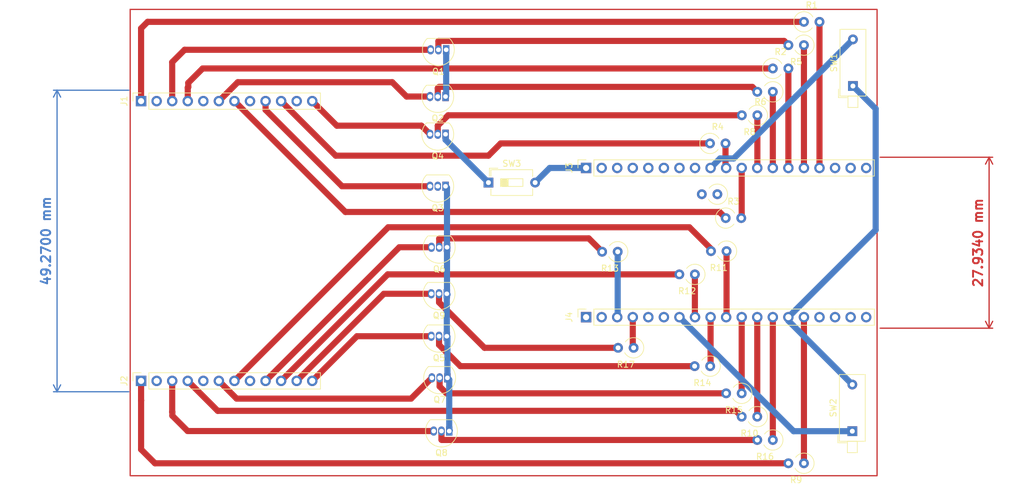
<source format=kicad_pcb>
(kicad_pcb (version 20240108) (generator "pcbnew") (generator_version "8.0")
  (layers (0 "F.Cu" signal) (31 "B.Cu" signal) (34 "B.Paste" user) (35 "F.Paste" user) (36 "B.SilkS" user "B.Silkscreen") (37 "F.SilkS" user "F.Silkscreen") (38 "B.Mask" user) (39 "F.Mask" user) (44 "Edge.Cuts" user))
  (net 0 "")
  (net 1 "GPIO15")
  (net 3 "Net-(J1-Pin_3)")
  (net 4 "GPIO0")
  (net 6 "Net-(J1-Pin_6)")
  (net 7 "GPIO16")
  (net 9 "Net-(J1-Pin_9)")
  (net 10 "GPIO5")
  (net 12 "Net-(J1-Pin_12)")
  (net 13 "GPIO13")
  (net 15 "Net-(J2-Pin_3)")
  (net 16 "GPIO14")
  (net 18 "Net-(J2-Pin_6)")
  (net 19 "GPIO26")
  (net 21 "Net-(J2-Pin_9)")
  (net 22 "GPIO33")
  (net 23 "Net-(J2-Pin_11)")
  (net 24 "Net-(J2-Pin_12)")
  (net 25 "GND")
  (net 26 "GPIO23")
  (net 27 "GPIO22")
  (net 28 "TX{slash}GPIO1")
  (net 29 "RX{slash}GPIO3")
  (net 30 "GPIO21")
  (net 31 "GPIO19")
  (net 32 "GPIO18")
  (net 33 "Net-(J3-Pin_10)")
  (net 34 "GPIO17")
  (net 35 "GPIO4")
  (net 36 "Net-(J3-Pin_14)")
  (net 37 "GPIO2")
  (net 38 "Net-(J3-Pin_16)")
  (net 42 "3.3V")
  (net 44 "GPI36")
  (net 45 "GPI39")
  (net 46 "GPI34")
  (net 47 "GPI35")
  (net 48 "GPIO32")
  (net 49 "Net-(J4-Pin_8)")
  (net 50 "GPIO25")
  (net 51 "Net-(J4-Pin_10)")
  (net 52 "GPIO27")
  (net 53 "Net-(J4-Pin_12)")
  (net 54 "GPIO12")
  (net 55 "Net-(J4-Pin_15)")
  (net 59 "5V")
  (net 60 "Net-(Q1-B)")
  (net 61 "Net-(Q2-B)")
  (net 62 "Net-(Q3-B)")
  (net 63 "Net-(Q4-B)")
  (net 64 "Net-(Q5-B)")
  (net 65 "Net-(Q6-B)")
  (net 66 "Net-(Q7-B)")
  (net 67 "Net-(Q8-B)")
  (net 68 "Net-(Q9-B)")
  (net 69 "Net-(J3-Pin_11)")
  (net 71 "Net-(Q4-E)")
  (footprint "Button_Switch_THT:SW_DIP_SPSTx01_Piano_10.8x4.1mm_W7.62mm_P2.54mm" (layer "F.Cu") (at 214.5 76.02 90)
    (property "Reference" "SW1" (at 3.81 -3.11 90) (layer "F.SilkS"))
    (property "Value" "SW_Push")
    (fp_line (start -1.89 -2.35) (end -0.507 -2.35) (stroke (width 0.12)) (layer "F.SilkS"))
    (fp_line (start -1.89 -2.35) (end -1.89 -0.967) (stroke (width 0.12)) (layer "F.SilkS"))
    (fp_line (start 9.27 -2.11) (end 9.27 2.11) (stroke (width 0.12)) (layer "F.SilkS"))
    (fp_line (start -1.65 -2.11) (end 9.27 -2.11) (stroke (width 0.12)) (layer "F.SilkS"))
    (fp_line (start -1.65 -2.11) (end -1.65 2.11) (stroke (width 0.12)) (layer "F.SilkS"))
    (fp_line (start -1.65 -0.81) (end -1.65 0.81) (stroke (width 0.12)) (layer "F.SilkS"))
    (fp_line (start -3.51 -0.81) (end -1.65 -0.81) (stroke (width 0.12)) (layer "F.SilkS"))
    (fp_line (start -3.51 -0.81) (end -3.51 0.81) (stroke (width 0.12)) (layer "F.SilkS"))
    (fp_line (start -3.51 0.81) (end -1.65 0.81) (stroke (width 0.12)) (layer "F.SilkS"))
    (fp_line (start -1.65 2.11) (end 9.27 2.11) (stroke (width 0.12)) (layer "F.SilkS"))
    (pad "1" thru_hole rect (at 0 0 90) (size 1.6 1.6) (drill 0.8) (layers "*.Cu" "*.Mask") (net 25 "GND"))
    (pad "2" thru_hole oval (at 7.62 0 90) (size 1.6 1.6) (drill 0.8) (layers "*.Cu" "*.Mask") (net 32 "GPIO18"))
  )
  (footprint "Package_TO_SOT_THT:TO-92_Inline" (layer "F.Cu") (at 148 77.74 180)
    (property "Reference" "Q2" (at 1.27 -3.56 0) (layer "F.SilkS"))
    (property "Value" "2N3904")
    (fp_line (start -0.53 1.85) (end 3.07 1.85) (stroke (width 0.12)) (layer "F.SilkS"))
    (fp_arc (start 1.27 -2.6) (mid 3.672087 -0.994977) (end 3.108478 1.838478) (stroke (width 0.12)) (layer "F.SilkS"))
    (fp_arc (start -0.568478 1.838478) (mid -1.132087 -0.994977) (end 1.27 -2.6) (stroke (width 0.12)) (layer "F.SilkS"))
    (pad "1" thru_hole rect (at 0 0 180) (size 1.05 1.5) (drill 0.75) (layers "*.Cu" "*.Mask") (net 25 "GND"))
    (pad "2" thru_hole oval (at 1.27 0 180) (size 1.05 1.5) (drill 0.75) (layers "*.Cu" "*.Mask") (net 61 "Net-(Q2-B)"))
    (pad "3" thru_hole oval (at 2.54 0 180) (size 1.05 1.5) (drill 0.75) (layers "*.Cu" "*.Mask") (net 6 "Net-(J1-Pin_6)"))
  )
  (footprint "Connector_PinSocket_2.54mm:PinSocket_1x12_P2.54mm_Vertical" (layer "F.Cu") (at 98.298 78.486 90)
    (property "Reference" "J1" (at 0 -2.77 90) (layer "F.SilkS"))
    (property "Value" "Conn_01x12")
    (fp_line (start 1.33 -1.33) (end 1.33 0) (stroke (width 0.12)) (layer "F.SilkS"))
    (fp_line (start 0 -1.33) (end 1.33 -1.33) (stroke (width 0.12)) (layer "F.SilkS"))
    (fp_line (start 1.33 1.27) (end 1.33 29.27) (stroke (width 0.12)) (layer "F.SilkS"))
    (fp_line (start -1.33 1.27) (end 1.33 1.27) (stroke (width 0.12)) (layer "F.SilkS"))
    (fp_line (start -1.33 1.27) (end -1.33 29.27) (stroke (width 0.12)) (layer "F.SilkS"))
    (fp_line (start -1.33 29.27) (end 1.33 29.27) (stroke (width 0.12)) (layer "F.SilkS"))
    (pad "1" thru_hole rect (at 0 0 90) (size 1.7 1.7) (drill 1) (layers "*.Cu" "*.Mask") (net 1 "GPIO15"))
    (pad "2" thru_hole oval (at 0 2.54 90) (size 1.7 1.7) (drill 1) (layers "*.Cu" "*.Mask"))
    (pad "3" thru_hole oval (at 0 5.08 90) (size 1.7 1.7) (drill 1) (layers "*.Cu" "*.Mask") (net 3 "Net-(J1-Pin_3)"))
    (pad "4" thru_hole oval (at 0 7.62 90) (size 1.7 1.7) (drill 1) (layers "*.Cu" "*.Mask") (net 4 "GPIO0"))
    (pad "5" thru_hole oval (at 0 10.16 90) (size 1.7 1.7) (drill 1) (layers "*.Cu" "*.Mask"))
    (pad "6" thru_hole oval (at 0 12.7 90) (size 1.7 1.7) (drill 1) (layers "*.Cu" "*.Mask") (net 6 "Net-(J1-Pin_6)"))
    (pad "7" thru_hole oval (at 0 15.24 90) (size 1.7 1.7) (drill 1) (layers "*.Cu" "*.Mask") (net 34 "GPIO17"))
    (pad "8" thru_hole oval (at 0 17.78 90) (size 1.7 1.7) (drill 1) (layers "*.Cu" "*.Mask"))
    (pad "9" thru_hole oval (at 0 20.32 90) (size 1.7 1.7) (drill 1) (layers "*.Cu" "*.Mask") (net 9 "Net-(J1-Pin_9)"))
    (pad "10" thru_hole oval (at 0 22.86 90) (size 1.7 1.7) (drill 1) (layers "*.Cu" "*.Mask") (net 10 "GPIO5"))
    (pad "11" thru_hole oval (at 0 25.4 90) (size 1.7 1.7) (drill 1) (layers "*.Cu" "*.Mask"))
    (pad "12" thru_hole oval (at 0 27.94 90) (size 1.7 1.7) (drill 1) (layers "*.Cu" "*.Mask") (net 12 "Net-(J1-Pin_12)"))
  )
  (footprint "Connector_PinSocket_2.54mm:PinSocket_1x19_P2.54mm_Vertical" (layer "F.Cu") (at 170.942 89.408 90)
    (property "Reference" "J3" (at 0 -2.77 90) (layer "F.SilkS"))
    (property "Value" "Conn_01x19")
    (fp_line (start 1.33 -1.33) (end 1.33 0) (stroke (width 0.12)) (layer "F.SilkS"))
    (fp_line (start 0 -1.33) (end 1.33 -1.33) (stroke (width 0.12)) (layer "F.SilkS"))
    (fp_line (start 1.33 1.27) (end 1.33 47.05) (stroke (width 0.12)) (layer "F.SilkS"))
    (fp_line (start -1.33 1.27) (end 1.33 1.27) (stroke (width 0.12)) (layer "F.SilkS"))
    (fp_line (start -1.33 1.27) (end -1.33 47.05) (stroke (width 0.12)) (layer "F.SilkS"))
    (fp_line (start -1.33 47.05) (end 1.33 47.05) (stroke (width 0.12)) (layer "F.SilkS"))
    (pad "1" thru_hole rect (at 0 0 90) (size 1.7 1.7) (drill 1) (layers "*.Cu" "*.Mask") (net 25 "GND"))
    (pad "2" thru_hole oval (at 0 2.54 90) (size 1.7 1.7) (drill 1) (layers "*.Cu" "*.Mask") (net 26 "GPIO23"))
    (pad "3" thru_hole oval (at 0 5.08 90) (size 1.7 1.7) (drill 1) (layers "*.Cu" "*.Mask") (net 27 "GPIO22"))
    (pad "4" thru_hole oval (at 0 7.62 90) (size 1.7 1.7) (drill 1) (layers "*.Cu" "*.Mask") (net 28 "TX{slash}GPIO1"))
    (pad "5" thru_hole oval (at 0 10.16 90) (size 1.7 1.7) (drill 1) (layers "*.Cu" "*.Mask") (net 29 "RX{slash}GPIO3"))
    (pad "6" thru_hole oval (at 0 12.7 90) (size 1.7 1.7) (drill 1) (layers "*.Cu" "*.Mask") (net 30 "GPIO21"))
    (pad "7" thru_hole oval (at 0 15.24 90) (size 1.7 1.7) (drill 1) (layers "*.Cu" "*.Mask") (net 25 "GND"))
    (pad "8" thru_hole oval (at 0 17.78 90) (size 1.7 1.7) (drill 1) (layers "*.Cu" "*.Mask") (net 31 "GPIO19"))
    (pad "9" thru_hole oval (at 0 20.32 90) (size 1.7 1.7) (drill 1) (layers "*.Cu" "*.Mask") (net 32 "GPIO18"))
    (pad "10" thru_hole oval (at 0 22.86 90) (size 1.7 1.7) (drill 1) (layers "*.Cu" "*.Mask") (net 33 "Net-(J3-Pin_10)"))
    (pad "11" thru_hole oval (at 0 25.4 90) (size 1.7 1.7) (drill 1) (layers "*.Cu" "*.Mask") (net 69 "Net-(J3-Pin_11)"))
    (pad "12" thru_hole oval (at 0 27.94 90) (size 1.7 1.7) (drill 1) (layers "*.Cu" "*.Mask") (net 7 "GPIO16"))
    (pad "13" thru_hole oval (at 0 30.48 90) (size 1.7 1.7) (drill 1) (layers "*.Cu" "*.Mask") (net 35 "GPIO4"))
    (pad "14" thru_hole oval (at 0 33.02 90) (size 1.7 1.7) (drill 1) (layers "*.Cu" "*.Mask") (net 36 "Net-(J3-Pin_14)"))
    (pad "15" thru_hole oval (at 0 35.56 90) (size 1.7 1.7) (drill 1) (layers "*.Cu" "*.Mask") (net 37 "GPIO2"))
    (pad "16" thru_hole oval (at 0 38.1 90) (size 1.7 1.7) (drill 1) (layers "*.Cu" "*.Mask") (net 38 "Net-(J3-Pin_16)"))
    (pad "17" thru_hole oval (at 0 40.64 90) (size 1.7 1.7) (drill 1) (layers "*.Cu" "*.Mask"))
    (pad "18" thru_hole oval (at 0 43.18 90) (size 1.7 1.7) (drill 1) (layers "*.Cu" "*.Mask"))
    (pad "19" thru_hole oval (at 0 45.72 90) (size 1.7 1.7) (drill 1) (layers "*.Cu" "*.Mask"))
  )
  (footprint "Resistor_THT:R_Axial_DIN0309_L9.0mm_D3.2mm_P2.54mm_Vertical" (layer "F.Cu") (at 191.2 121.8 180)
    (property "Reference" "R14" (at 1.27 -2.72 0) (layer "F.SilkS"))
    (property "Value" "1000")
    (fp_arc (start 1.344775 0.97138) (mid -1.655812 -0.101418) (end 1.453272 -0.8) (stroke (width 0.12)) (layer "F.SilkS"))
    (pad "1" thru_hole circle (at 0 0 180) (size 1.6 1.6) (drill 0.8) (layers "*.Cu" "*.Mask") (net 50 "GPIO25"))
    (pad "2" thru_hole oval (at 2.54 0 180) (size 1.6 1.6) (drill 0.8) (layers "*.Cu" "*.Mask") (net 64 "Net-(Q5-B)"))
  )
  (footprint "Resistor_THT:R_Axial_DIN0309_L9.0mm_D3.2mm_P2.54mm_Vertical" (layer "F.Cu") (at 188.7 106.8 180)
    (property "Reference" "R12" (at 1.27 -2.72 0) (layer "F.SilkS"))
    (property "Value" "330")
    (fp_arc (start 1.344775 0.97138) (mid -1.655812 -0.101418) (end 1.453272 -0.8) (stroke (width 0.12)) (layer "F.SilkS"))
    (pad "1" thru_hole circle (at 0 0 180) (size 1.6 1.6) (drill 0.8) (layers "*.Cu" "*.Mask") (net 49 "Net-(J4-Pin_8)"))
    (pad "2" thru_hole oval (at 2.54 0 180) (size 1.6 1.6) (drill 0.8) (layers "*.Cu" "*.Mask") (net 22 "GPIO33"))
  )
  (footprint "Package_TO_SOT_THT:TO-92_Inline" (layer "F.Cu") (at 148.236 102.368 180)
    (property "Reference" "Q6" (at 1.27 -3.56 0) (layer "F.SilkS"))
    (property "Value" "2N3904")
    (fp_line (start -0.53 1.85) (end 3.07 1.85) (stroke (width 0.12)) (layer "F.SilkS"))
    (fp_arc (start 1.27 -2.6) (mid 3.672087 -0.994977) (end 3.108478 1.838478) (stroke (width 0.12)) (layer "F.SilkS"))
    (fp_arc (start -0.568478 1.838478) (mid -1.132087 -0.994977) (end 1.27 -2.6) (stroke (width 0.12)) (layer "F.SilkS"))
    (pad "1" thru_hole rect (at 0 0 180) (size 1.05 1.5) (drill 0.75) (layers "*.Cu" "*.Mask") (net 25 "GND"))
    (pad "2" thru_hole oval (at 1.27 0 180) (size 1.05 1.5) (drill 0.75) (layers "*.Cu" "*.Mask") (net 65 "Net-(Q6-B)"))
    (pad "3" thru_hole oval (at 2.54 0 180) (size 1.05 1.5) (drill 0.75) (layers "*.Cu" "*.Mask") (net 21 "Net-(J2-Pin_9)"))
  )
  (footprint "Package_TO_SOT_THT:TO-92_Inline" (layer "F.Cu") (at 148.6 132.4 180)
    (property "Reference" "Q8" (at 1.27 -3.56 0) (layer "F.SilkS"))
    (property "Value" "2N3904")
    (fp_line (start -0.53 1.85) (end 3.07 1.85) (stroke (width 0.12)) (layer "F.SilkS"))
    (fp_arc (start 1.27 -2.6) (mid 3.672087 -0.994977) (end 3.108478 1.838478) (stroke (width 0.12)) (layer "F.SilkS"))
    (fp_arc (start -0.568478 1.838478) (mid -1.132087 -0.994977) (end 1.27 -2.6) (stroke (width 0.12)) (layer "F.SilkS"))
    (pad "1" thru_hole rect (at 0 0 180) (size 1.05 1.5) (drill 0.75) (layers "*.Cu" "*.Mask") (net 25 "GND"))
    (pad "2" thru_hole oval (at 1.27 0 180) (size 1.05 1.5) (drill 0.75) (layers "*.Cu" "*.Mask") (net 67 "Net-(Q8-B)"))
    (pad "3" thru_hole oval (at 2.54 0 180) (size 1.05 1.5) (drill 0.75) (layers "*.Cu" "*.Mask") (net 15 "Net-(J2-Pin_3)"))
  )
  (footprint "Resistor_THT:R_Axial_DIN0309_L9.0mm_D3.2mm_P2.54mm_Vertical" (layer "F.Cu") (at 193.73 97.6)
    (property "Reference" "R3" (at 1.27 -2.72 360) (layer "F.SilkS"))
    (property "Value" "330")
    (fp_arc (start 1.344775 0.97138) (mid -1.655812 -0.101418) (end 1.453272 -0.8) (stroke (width 0.12)) (layer "F.SilkS"))
    (pad "1" thru_hole circle (at 0 0) (size 1.6 1.6) (drill 0.8) (layers "*.Cu" "*.Mask") (net 34 "GPIO17"))
    (pad "2" thru_hole oval (at 2.54 0) (size 1.6 1.6) (drill 0.8) (layers "*.Cu" "*.Mask") (net 69 "Net-(J3-Pin_11)"))
  )
  (footprint "Package_TO_SOT_THT:TO-92_Inline" (layer "F.Cu") (at 148.206 116.908 180)
    (property "Reference" "Q5" (at 1.27 -3.56 0) (layer "F.SilkS"))
    (property "Value" "2N3904")
    (fp_line (start -0.53 1.85) (end 3.07 1.85) (stroke (width 0.12)) (layer "F.SilkS"))
    (fp_arc (start 1.27 -2.6) (mid 3.672087 -0.994977) (end 3.108478 1.838478) (stroke (width 0.12)) (layer "F.SilkS"))
    (fp_arc (start -0.568478 1.838478) (mid -1.132087 -0.994977) (end 1.27 -2.6) (stroke (width 0.12)) (layer "F.SilkS"))
    (pad "1" thru_hole rect (at 0 0 180) (size 1.05 1.5) (drill 0.75) (layers "*.Cu" "*.Mask") (net 25 "GND"))
    (pad "2" thru_hole oval (at 1.27 0 180) (size 1.05 1.5) (drill 0.75) (layers "*.Cu" "*.Mask") (net 64 "Net-(Q5-B)"))
    (pad "3" thru_hole oval (at 2.54 0 180) (size 1.05 1.5) (drill 0.75) (layers "*.Cu" "*.Mask") (net 24 "Net-(J2-Pin_12)"))
  )
  (footprint "Resistor_THT:R_Axial_DIN0309_L9.0mm_D3.2mm_P2.54mm_Vertical" (layer "F.Cu") (at 206.502 65.532)
    (property "Reference" "R1" (at 1.27 -2.72 0) (layer "F.SilkS"))
    (property "Value" "330")
    (fp_arc (start 1.344775 0.97138) (mid -1.655812 -0.101418) (end 1.453272 -0.8) (stroke (width 0.12)) (layer "F.SilkS"))
    (pad "1" thru_hole circle (at 0 0) (size 1.6 1.6) (drill 0.8) (layers "*.Cu" "*.Mask") (net 1 "GPIO15"))
    (pad "2" thru_hole oval (at 2.54 0) (size 1.6 1.6) (drill 0.8) (layers "*.Cu" "*.Mask") (net 38 "Net-(J3-Pin_16)"))
  )
  (footprint "Package_TO_SOT_THT:TO-92_Inline" (layer "F.Cu") (at 148.1 70.1 180)
    (property "Reference" "Q1" (at 1.27 -3.56 0) (layer "F.SilkS"))
    (property "Value" "2N3904")
    (fp_line (start -0.53 1.85) (end 3.07 1.85) (stroke (width 0.12)) (layer "F.SilkS"))
    (fp_arc (start 1.27 -2.6) (mid 3.672087 -0.994977) (end 3.108478 1.838478) (stroke (width 0.12)) (layer "F.SilkS"))
    (fp_arc (start -0.568478 1.838478) (mid -1.132087 -0.994977) (end 1.27 -2.6) (stroke (width 0.12)) (layer "F.SilkS"))
    (pad "1" thru_hole rect (at 0 0 180) (size 1.05 1.5) (drill 0.75) (layers "*.Cu" "*.Mask") (net 25 "GND"))
    (pad "2" thru_hole oval (at 1.27 0 180) (size 1.05 1.5) (drill 0.75) (layers "*.Cu" "*.Mask") (net 60 "Net-(Q1-B)"))
    (pad "3" thru_hole oval (at 2.54 0 180) (size 1.05 1.5) (drill 0.75) (layers "*.Cu" "*.Mask") (net 3 "Net-(J1-Pin_3)"))
  )
  (footprint "Package_TO_SOT_THT:TO-92_Inline" (layer "F.Cu") (at 148.306 123.708 180)
    (property "Reference" "Q7" (at 1.27 -3.56 0) (layer "F.SilkS"))
    (property "Value" "2N3904")
    (fp_line (start -0.53 1.85) (end 3.07 1.85) (stroke (width 0.12)) (layer "F.SilkS"))
    (fp_arc (start 1.27 -2.6) (mid 3.672087 -0.994977) (end 3.108478 1.838478) (stroke (width 0.12)) (layer "F.SilkS"))
    (fp_arc (start -0.568478 1.838478) (mid -1.132087 -0.994977) (end 1.27 -2.6) (stroke (width 0.12)) (layer "F.SilkS"))
    (pad "1" thru_hole rect (at 0 0 180) (size 1.05 1.5) (drill 0.75) (layers "*.Cu" "*.Mask") (net 25 "GND"))
    (pad "2" thru_hole oval (at 1.27 0 180) (size 1.05 1.5) (drill 0.75) (layers "*.Cu" "*.Mask") (net 66 "Net-(Q7-B)"))
    (pad "3" thru_hole oval (at 2.54 0 180) (size 1.05 1.5) (drill 0.75) (layers "*.Cu" "*.Mask") (net 18 "Net-(J2-Pin_6)"))
  )
  (footprint "Resistor_THT:R_Axial_DIN0309_L9.0mm_D3.2mm_P2.54mm_Vertical" (layer "F.Cu") (at 201.422 76.962 180)
    (property "Reference" "R6" (at 2.022 -1.638 0) (layer "F.SilkS"))
    (property "Value" "1000")
    (fp_arc (start 1.344775 0.97138) (mid -1.655812 -0.101418) (end 1.453272 -0.8) (stroke (width 0.12)) (layer "F.SilkS"))
    (pad "1" thru_hole circle (at 0 0 180) (size 1.6 1.6) (drill 0.8) (layers "*.Cu" "*.Mask") (net 35 "GPIO4"))
    (pad "2" thru_hole oval (at 2.54 0 180) (size 1.6 1.6) (drill 0.8) (layers "*.Cu" "*.Mask") (net 61 "Net-(Q2-B)"))
  )
  (footprint "Package_TO_SOT_THT:TO-92_Inline" (layer "F.Cu") (at 148 83.9 180)
    (property "Reference" "Q4" (at 1.27 -3.56 0) (layer "F.SilkS"))
    (property "Value" "2N3904")
    (fp_line (start -0.53 1.85) (end 3.07 1.85) (stroke (width 0.12)) (layer "F.SilkS"))
    (fp_arc (start 1.27 -2.6) (mid 3.672087 -0.994977) (end 3.108478 1.838478) (stroke (width 0.12)) (layer "F.SilkS"))
    (fp_arc (start -0.568478 1.838478) (mid -1.132087 -0.994977) (end 1.27 -2.6) (stroke (width 0.12)) (layer "F.SilkS"))
    (pad "1" thru_hole rect (at 0 0 180) (size 1.05 1.5) (drill 0.75) (layers "*.Cu" "*.Mask") (net 71 "Net-(Q4-E)"))
    (pad "2" thru_hole oval (at 1.27 0 180) (size 1.05 1.5) (drill 0.75) (layers "*.Cu" "*.Mask") (net 63 "Net-(Q4-B)"))
    (pad "3" thru_hole oval (at 2.54 0 180) (size 1.05 1.5) (drill 0.75) (layers "*.Cu" "*.Mask") (net 12 "Net-(J1-Pin_12)"))
  )
  (footprint "Resistor_THT:R_Axial_DIN0309_L9.0mm_D3.2mm_P2.54mm_Vertical" (layer "F.Cu") (at 176.1 103.1 180)
    (property "Reference" "R13" (at 1.27 -2.72 180) (layer "F.SilkS"))
    (property "Value" "1000")
    (fp_arc (start 1.344775 0.97138) (mid -1.655812 -0.101418) (end 1.453272 -0.8) (stroke (width 0.12)) (layer "F.SilkS"))
    (pad "1" thru_hole circle (at 0 0 180) (size 1.6 1.6) (drill 0.8) (layers "*.Cu" "*.Mask") (net 44 "GPI36"))
    (pad "2" thru_hole oval (at 2.54 0 180) (size 1.6 1.6) (drill 0.8) (layers "*.Cu" "*.Mask") (net 65 "Net-(Q6-B)"))
  )
  (footprint "Resistor_THT:R_Axial_DIN0309_L9.0mm_D3.2mm_P2.54mm_Vertical" (layer "F.Cu") (at 196.342 126.238 180)
    (property "Reference" "R15" (at 1.27 -2.72 0) (layer "F.SilkS"))
    (property "Value" "1000")
    (fp_arc (start 1.344775 0.97138) (mid -1.655812 -0.101418) (end 1.453272 -0.8) (stroke (width 0.12)) (layer "F.SilkS"))
    (pad "1" thru_hole circle (at 0 0 180) (size 1.6 1.6) (drill 0.8) (layers "*.Cu" "*.Mask") (net 52 "GPIO27"))
    (pad "2" thru_hole oval (at 2.54 0 180) (size 1.6 1.6) (drill 0.8) (layers "*.Cu" "*.Mask") (net 66 "Net-(Q7-B)"))
  )
  (footprint "Button_Switch_THT:SW_DIP_SPSTx01_Piano_10.8x4.1mm_W7.62mm_P2.54mm" (layer "F.Cu") (at 214.4 132.425 90)
    (property "Reference" "SW2" (at 3.81 -3.11 90) (layer "F.SilkS"))
    (property "Value" "SW_Push")
    (fp_line (start -1.89 -2.35) (end -0.507 -2.35) (stroke (width 0.12)) (layer "F.SilkS"))
    (fp_line (start -1.89 -2.35) (end -1.89 -0.967) (stroke (width 0.12)) (layer "F.SilkS"))
    (fp_line (start 9.27 -2.11) (end 9.27 2.11) (stroke (width 0.12)) (layer "F.SilkS"))
    (fp_line (start -1.65 -2.11) (end 9.27 -2.11) (stroke (width 0.12)) (layer "F.SilkS"))
    (fp_line (start -1.65 -2.11) (end -1.65 2.11) (stroke (width 0.12)) (layer "F.SilkS"))
    (fp_line (start -1.65 -0.81) (end -1.65 0.81) (stroke (width 0.12)) (layer "F.SilkS"))
    (fp_line (start -3.51 -0.81) (end -1.65 -0.81) (stroke (width 0.12)) (layer "F.SilkS"))
    (fp_line (start -3.51 -0.81) (end -3.51 0.81) (stroke (width 0.12)) (layer "F.SilkS"))
    (fp_line (start -3.51 0.81) (end -1.65 0.81) (stroke (width 0.12)) (layer "F.SilkS"))
    (fp_line (start -1.65 2.11) (end 9.27 2.11) (stroke (width 0.12)) (layer "F.SilkS"))
    (pad "1" thru_hole rect (at 0 0 90) (size 1.6 1.6) (drill 0.8) (layers "*.Cu" "*.Mask") (net 48 "GPIO32"))
    (pad "2" thru_hole oval (at 7.62 0 90) (size 1.6 1.6) (drill 0.8) (layers "*.Cu" "*.Mask") (net 25 "GND"))
  )
  (footprint "Resistor_THT:R_Axial_DIN0309_L9.0mm_D3.2mm_P2.54mm_Vertical" (layer "F.Cu") (at 178.7 118.8 180)
    (property "Reference" "R17" (at 1.27 -2.72 180) (layer "F.SilkS"))
    (property "Value" "1000")
    (fp_arc (start 1.344775 0.97138) (mid -1.655812 -0.101418) (end 1.453272 -0.8) (stroke (width 0.12)) (layer "F.SilkS"))
    (pad "1" thru_hole circle (at 0 0 180) (size 1.6 1.6) (drill 0.8) (layers "*.Cu" "*.Mask") (net 45 "GPI39"))
    (pad "2" thru_hole oval (at 2.54 0 180) (size 1.6 1.6) (drill 0.8) (layers "*.Cu" "*.Mask") (net 68 "Net-(Q9-B)"))
  )
  (footprint "Button_Switch_THT:SW_DIP_SPSTx01_Slide_6.7x4.1mm_W7.62mm_P2.54mm_LowProfile" (layer "F.Cu") (at 155 91.8)
    (property "Reference" "SW3" (at 3.81 -3.11 0) (layer "F.SilkS"))
    (property "Value" "SW_DPST_x2")
    (fp_line (start 0.16 -2.35) (end 0.16 -1.04) (stroke (width 0.12)) (layer "F.SilkS"))
    (fp_line (start 0.16 -2.35) (end 1.543 -2.35) (stroke (width 0.12)) (layer "F.SilkS"))
    (fp_line (start 0.4 -2.11) (end 0.4 -1.04) (stroke (width 0.12)) (layer "F.SilkS"))
    (fp_line (start 0.4 -2.11) (end 7.221 -2.11) (stroke (width 0.12)) (layer "F.SilkS"))
    (fp_line (start 0.4 1.04) (end 0.4 2.11) (stroke (width 0.12)) (layer "F.SilkS"))
    (fp_line (start 0.4 2.11) (end 7.221 2.11) (stroke (width 0.12)) (layer "F.SilkS"))
    (fp_line (start 2 -0.635) (end 2 0.635) (stroke (width 0.12)) (layer "F.SilkS"))
    (fp_line (start 2 -0.515) (end 3.206667 -0.515) (stroke (width 0.12)) (layer "F.SilkS"))
    (fp_line (start 2 -0.395) (end 3.206667 -0.395) (stroke (width 0.12)) (layer "F.SilkS"))
    (fp_line (start 2 -0.275) (end 3.206667 -0.275) (stroke (width 0.12)) (layer "F.SilkS"))
    (fp_line (start 2 -0.155) (end 3.206667 -0.155) (stroke (width 0.12)) (layer "F.SilkS"))
    (fp_line (start 2 -0.035) (end 3.206667 -0.035) (stroke (width 0.12)) (layer "F.SilkS"))
    (fp_line (start 2 0.085) (end 3.206667 0.085) (stroke (width 0.12)) (layer "F.SilkS"))
    (fp_line (start 2 0.205) (end 3.206667 0.205) (stroke (width 0.12)) (layer "F.SilkS"))
    (fp_line (start 2 0.325) (end 3.206667 0.325) (stroke (width 0.12)) (layer "F.SilkS"))
    (fp_line (start 2 0.445) (end 3.206667 0.445) (stroke (width 0.12)) (layer "F.SilkS"))
    (fp_line (start 2 0.565) (end 3.206667 0.565) (stroke (width 0.12)) (layer "F.SilkS"))
    (fp_line (start 2 0.635) (end 5.62 0.635) (stroke (width 0.12)) (layer "F.SilkS"))
    (fp_line (start 3.206667 -0.635) (end 3.206667 0.635) (stroke (width 0.12)) (layer "F.SilkS"))
    (fp_line (start 5.62 -0.635) (end 2 -0.635) (stroke (width 0.12)) (layer "F.SilkS"))
    (fp_line (start 5.62 0.635) (end 5.62 -0.635) (stroke (width 0.12)) (layer "F.SilkS"))
    (fp_line (start 7.221 -2.11) (end 7.221 -0.99) (stroke (width 0.12)) (layer "F.SilkS"))
    (fp_line (start 7.221 0.99) (end 7.221 2.11) (stroke (width 0.12)) (layer "F.SilkS"))
    (pad "1" thru_hole rect (at 0 0) (size 1.6 1.6) (drill 0.8) (layers "*.Cu" "*.Mask") (net 71 "Net-(Q4-E)"))
    (pad "2" thru_hole oval (at 7.62 0) (size 1.6 1.6) (drill 0.8) (layers "*.Cu" "*.Mask") (net 25 "GND"))
  )
  (footprint "Resistor_THT:R_Axial_DIN0309_L9.0mm_D3.2mm_P2.54mm_Vertical" (layer "F.Cu") (at 191.16 85.4)
    (property "Reference" "R4" (at 1.27 -2.72 0) (layer "F.SilkS"))
    (property "Value" "330" (hide yes))
    (fp_arc (start 1.344775 0.97138) (mid -1.655812 -0.101418) (end 1.453272 -0.8) (stroke (width 0.12)) (layer "F.SilkS"))
    (pad "1" thru_hole circle (at 0 0) (size 1.6 1.6) (drill 0.8) (layers "*.Cu" "*.Mask") (net 10 "GPIO5"))
    (pad "2" thru_hole oval (at 2.54 0) (size 1.6 1.6) (drill 0.8) (layers "*.Cu" "*.Mask") (net 33 "Net-(J3-Pin_10)"))
  )
  (footprint "Resistor_THT:R_Axial_DIN0309_L9.0mm_D3.2mm_P2.54mm_Vertical" (layer "F.Cu") (at 198.9 80.8 180)
    (property "Reference" "R8" (at 1.27 -2.72 180) (layer "F.SilkS"))
    (property "Value" "1000")
    (fp_arc (start 1.344775 0.97138) (mid -1.655812 -0.101418) (end 1.453272 -0.8) (stroke (width 0.12)) (layer "F.SilkS"))
    (pad "1" thru_hole circle (at 0 0 180) (size 1.6 1.6) (drill 0.8) (layers "*.Cu" "*.Mask"))
    (pad "2" thru_hole oval (at 2.54 0 180) (size 1.6 1.6) (drill 0.8) (layers "*.Cu" "*.Mask") (net 63 "Net-(Q4-B)"))
  )
  (footprint "Resistor_THT:R_Axial_DIN0309_L9.0mm_D3.2mm_P2.54mm_Vertical" (layer "F.Cu") (at 201.422 133.858 180)
    (property "Reference" "R16" (at 1.27 -2.72 0) (layer "F.SilkS"))
    (property "Value" "1000")
    (fp_arc (start 1.344775 0.97138) (mid -1.655812 -0.101418) (end 1.453272 -0.8) (stroke (width 0.12)) (layer "F.SilkS"))
    (pad "1" thru_hole circle (at 0 0 180) (size 1.6 1.6) (drill 0.8) (layers "*.Cu" "*.Mask") (net 54 "GPIO12"))
    (pad "2" thru_hole oval (at 2.54 0 180) (size 1.6 1.6) (drill 0.8) (layers "*.Cu" "*.Mask") (net 67 "Net-(Q8-B)"))
  )
  (footprint "Resistor_THT:R_Axial_DIN0309_L9.0mm_D3.2mm_P2.54mm_Vertical" (layer "F.Cu") (at 192.37 93.7 180)
    (property "Reference" "R7" (hide yes))
    (property "Value" "1000")
    (fp_arc (start 1.344775 0.97138) (mid -1.655812 -0.101418) (end 1.453272 -0.8) (stroke (width 0.12)) (layer "F.SilkS"))
    (pad "1" thru_hole circle (at 0 0 180) (size 1.6 1.6) (drill 0.8) (layers "*.Cu" "*.Mask") (net 7 "GPIO16"))
    (pad "2" thru_hole oval (at 2.54 0 180) (size 1.6 1.6) (drill 0.8) (layers "*.Cu" "*.Mask") (net 62 "Net-(Q3-B)"))
  )
  (footprint "Resistor_THT:R_Axial_DIN0309_L9.0mm_D3.2mm_P2.54mm_Vertical" (layer "F.Cu") (at 201.422 73.152)
    (property "Reference" "R2" (at 1.27 -2.72 0) (layer "F.SilkS"))
    (property "Value" "330")
    (fp_arc (start 1.344775 0.97138) (mid -1.655812 -0.101418) (end 1.453272 -0.8) (stroke (width 0.12)) (layer "F.SilkS"))
    (pad "1" thru_hole circle (at 0 0) (size 1.6 1.6) (drill 0.8) (layers "*.Cu" "*.Mask") (net 4 "GPIO0"))
    (pad "2" thru_hole oval (at 2.54 0) (size 1.6 1.6) (drill 0.8) (layers "*.Cu" "*.Mask") (net 36 "Net-(J3-Pin_14)"))
  )
  (footprint "Connector_PinSocket_2.54mm:PinSocket_1x19_P2.54mm_Vertical" (layer "F.Cu") (at 170.942 113.792 90)
    (property "Reference" "J4" (at 0 -2.77 90) (layer "F.SilkS"))
    (property "Value" "Conn_01x19")
    (fp_line (start 1.33 -1.33) (end 1.33 0) (stroke (width 0.12)) (layer "F.SilkS"))
    (fp_line (start 0 -1.33) (end 1.33 -1.33) (stroke (width 0.12)) (layer "F.SilkS"))
    (fp_line (start 1.33 1.27) (end 1.33 47.05) (stroke (width 0.12)) (layer "F.SilkS"))
    (fp_line (start -1.33 1.27) (end 1.33 1.27) (stroke (width 0.12)) (layer "F.SilkS"))
    (fp_line (start -1.33 1.27) (end -1.33 47.05) (stroke (width 0.12)) (layer "F.SilkS"))
    (fp_line (start -1.33 47.05) (end 1.33 47.05) (stroke (width 0.12)) (layer "F.SilkS"))
    (pad "1" thru_hole rect (at 0 0 90) (size 1.7 1.7) (drill 1) (layers "*.Cu" "*.Mask") (net 42 "3.3V"))
    (pad "2" thru_hole oval (at 0 2.54 90) (size 1.7 1.7) (drill 1) (layers "*.Cu" "*.Mask"))
    (pad "3" thru_hole oval (at 0 5.08 90) (size 1.7 1.7) (drill 1) (layers "*.Cu" "*.Mask") (net 44 "GPI36"))
    (pad "4" thru_hole oval (at 0 7.62 90) (size 1.7 1.7) (drill 1) (layers "*.Cu" "*.Mask") (net 45 "GPI39"))
    (pad "5" thru_hole oval (at 0 10.16 90) (size 1.7 1.7) (drill 1) (layers "*.Cu" "*.Mask") (net 46 "GPI34"))
    (pad "6" thru_hole oval (at 0 12.7 90) (size 1.7 1.7) (drill 1) (layers "*.Cu" "*.Mask") (net 47 "GPI35"))
    (pad "7" thru_hole oval (at 0 15.24 90) (size 1.7 1.7) (drill 1) (layers "*.Cu" "*.Mask") (net 48 "GPIO32"))
    (pad "8" thru_hole oval (at 0 17.78 90) (size 1.7 1.7) (drill 1) (layers "*.Cu" "*.Mask") (net 49 "Net-(J4-Pin_8)"))
    (pad "9" thru_hole oval (at 0 20.32 90) (size 1.7 1.7) (drill 1) (layers "*.Cu" "*.Mask") (net 50 "GPIO25"))
    (pad "10" thru_hole oval (at 0 22.86 90) (size 1.7 1.7) (drill 1) (layers "*.Cu" "*.Mask") (net 51 "Net-(J4-Pin_10)"))
    (pad "11" thru_hole oval (at 0 25.4 90) (size 1.7 1.7) (drill 1) (layers "*.Cu" "*.Mask") (net 52 "GPIO27"))
    (pad "12" thru_hole oval (at 0 27.94 90) (size 1.7 1.7) (drill 1) (layers "*.Cu" "*.Mask") (net 53 "Net-(J4-Pin_12)"))
    (pad "13" thru_hole oval (at 0 30.48 90) (size 1.7 1.7) (drill 1) (layers "*.Cu" "*.Mask") (net 54 "GPIO12"))
    (pad "14" thru_hole oval (at 0 33.02 90) (size 1.7 1.7) (drill 1) (layers "*.Cu" "*.Mask") (net 25 "GND"))
    (pad "15" thru_hole oval (at 0 35.56 90) (size 1.7 1.7) (drill 1) (layers "*.Cu" "*.Mask") (net 55 "Net-(J4-Pin_15)"))
    (pad "16" thru_hole oval (at 0 38.1 90) (size 1.7 1.7) (drill 1) (layers "*.Cu" "*.Mask"))
    (pad "17" thru_hole oval (at 0 40.64 90) (size 1.7 1.7) (drill 1) (layers "*.Cu" "*.Mask"))
    (pad "18" thru_hole oval (at 0 43.18 90) (size 1.7 1.7) (drill 1) (layers "*.Cu" "*.Mask"))
    (pad "19" thru_hole oval (at 0 45.72 90) (size 1.7 1.7) (drill 1) (layers "*.Cu" "*.Mask") (net 59 "5V"))
  )
  (footprint "Package_TO_SOT_THT:TO-92_Inline" (layer "F.Cu") (at 148 92.4 180)
    (property "Reference" "Q3" (at 1.27 -3.56 0) (layer "F.SilkS"))
    (property "Value" "2N3904")
    (fp_line (start -0.53 1.85) (end 3.07 1.85) (stroke (width 0.12)) (layer "F.SilkS"))
    (fp_arc (start 1.27 -2.6) (mid 3.672087 -0.994977) (end 3.108478 1.838478) (stroke (width 0.12)) (layer "F.SilkS"))
    (fp_arc (start -0.568478 1.838478) (mid -1.132087 -0.994977) (end 1.27 -2.6) (stroke (width 0.12)) (layer "F.SilkS"))
    (pad "1" thru_hole rect (at 0 0 180) (size 1.05 1.5) (drill 0.75) (layers "*.Cu" "*.Mask") (net 25 "GND"))
    (pad "2" thru_hole oval (at 1.27 0 180) (size 1.05 1.5) (drill 0.75) (layers "*.Cu" "*.Mask") (net 62 "Net-(Q3-B)"))
    (pad "3" thru_hole oval (at 2.54 0 180) (size 1.05 1.5) (drill 0.75) (layers "*.Cu" "*.Mask") (net 9 "Net-(J1-Pin_9)"))
  )
  (footprint "Package_TO_SOT_THT:TO-92_Inline" (layer "F.Cu") (at 148.206 109.968 180)
    (property "Reference" "Q9" (at 1.27 -3.56 0) (layer "F.SilkS"))
    (property "Value" "2N3904")
    (fp_line (start -0.53 1.85) (end 3.07 1.85) (stroke (width 0.12)) (layer "F.SilkS"))
    (fp_arc (start 1.27 -2.6) (mid 3.672087 -0.994977) (end 3.108478 1.838478) (stroke (width 0.12)) (layer "F.SilkS"))
    (fp_arc (start -0.568478 1.838478) (mid -1.132087 -0.994977) (end 1.27 -2.6) (stroke (width 0.12)) (layer "F.SilkS"))
    (pad "1" thru_hole rect (at 0 0 180) (size 1.05 1.5) (drill 0.75) (layers "*.Cu" "*.Mask") (net 25 "GND"))
    (pad "2" thru_hole oval (at 1.27 0 180) (size 1.05 1.5) (drill 0.75) (layers "*.Cu" "*.Mask") (net 68 "Net-(Q9-B)"))
    (pad "3" thru_hole oval (at 2.54 0 180) (size 1.05 1.5) (drill 0.75) (layers "*.Cu" "*.Mask") (net 23 "Net-(J2-Pin_11)"))
  )
  (footprint "Resistor_THT:R_Axial_DIN0309_L9.0mm_D3.2mm_P2.54mm_Vertical" (layer "F.Cu") (at 206.502 137.668 180)
    (property "Reference" "R9" (at 1.27 -2.72 0) (layer "F.SilkS"))
    (property "Value" "330")
    (fp_arc (start 1.344775 0.97138) (mid -1.655812 -0.101418) (end 1.453272 -0.8) (stroke (width 0.12)) (layer "F.SilkS"))
    (pad "1" thru_hole circle (at 0 0 180) (size 1.6 1.6) (drill 0.8) (layers "*.Cu" "*.Mask") (net 55 "Net-(J4-Pin_15)"))
    (pad "2" thru_hole oval (at 2.54 0 180) (size 1.6 1.6) (drill 0.8) (layers "*.Cu" "*.Mask") (net 13 "GPIO13"))
  )
  (footprint "Connector_PinSocket_2.54mm:PinSocket_1x12_P2.54mm_Vertical" (layer "F.Cu") (at 98.298 124.206 90)
    (property "Reference" "J2" (at 0 -2.77 90) (layer "F.SilkS"))
    (property "Value" "Conn_01x12")
    (fp_line (start 1.33 -1.33) (end 1.33 0) (stroke (width 0.12)) (layer "F.SilkS"))
    (fp_line (start 0 -1.33) (end 1.33 -1.33) (stroke (width 0.12)) (layer "F.SilkS"))
    (fp_line (start 1.33 1.27) (end 1.33 29.27) (stroke (width 0.12)) (layer "F.SilkS"))
    (fp_line (start -1.33 1.27) (end 1.33 1.27) (stroke (width 0.12)) (layer "F.SilkS"))
    (fp_line (start -1.33 1.27) (end -1.33 29.27) (stroke (width 0.12)) (layer "F.SilkS"))
    (fp_line (start -1.33 29.27) (end 1.33 29.27) (stroke (width 0.12)) (layer "F.SilkS"))
    (pad "1" thru_hole rect (at 0 0 90) (size 1.7 1.7) (drill 1) (layers "*.Cu" "*.Mask") (net 13 "GPIO13"))
    (pad "2" thru_hole oval (at 0 2.54 90) (size 1.7 1.7) (drill 1) (layers "*.Cu" "*.Mask"))
    (pad "3" thru_hole oval (at 0 5.08 90) (size 1.7 1.7) (drill 1) (layers "*.Cu" "*.Mask") (net 15 "Net-(J2-Pin_3)"))
    (pad "4" thru_hole oval (at 0 7.62 90) (size 1.7 1.7) (drill 1) (layers "*.Cu" "*.Mask") (net 16 "GPIO14"))
    (pad "5" thru_hole oval (at 0 10.16 90) (size 1.7 1.7) (drill 1) (layers "*.Cu" "*.Mask"))
    (pad "6" thru_hole oval (at 0 12.7 90) (size 1.7 1.7) (drill 1) (layers "*.Cu" "*.Mask") (net 18 "Net-(J2-Pin_6)"))
    (pad "7" thru_hole oval (at 0 15.24 90) (size 1.7 1.7) (drill 1) (layers "*.Cu" "*.Mask") (net 19 "GPIO26"))
    (pad "8" thru_hole oval (at 0 17.78 90) (size 1.7 1.7) (drill 1) (layers "*.Cu" "*.Mask"))
    (pad "9" thru_hole oval (at 0 20.32 90) (size 1.7 1.7) (drill 1) (layers "*.Cu" "*.Mask") (net 21 "Net-(J2-Pin_9)"))
    (pad "10" thru_hole oval (at 0 22.86 90) (size 1.7 1.7) (drill 1) (layers "*.Cu" "*.Mask") (net 22 "GPIO33"))
    (pad "11" thru_hole oval (at 0 25.4 90) (size 1.7 1.7) (drill 1) (layers "*.Cu" "*.Mask") (net 23 "Net-(J2-Pin_11)"))
    (pad "12" thru_hole oval (at 0 27.94 90) (size 1.7 1.7) (drill 1) (layers "*.Cu" "*.Mask") (net 24 "Net-(J2-Pin_12)"))
  )
  (footprint "Resistor_THT:R_Axial_DIN0309_L9.0mm_D3.2mm_P2.54mm_Vertical" (layer "F.Cu") (at 206.502 69.342 180)
    (property "Reference" "R5" (at 1.27 -2.72 0) (layer "F.SilkS"))
    (property "Value" "1000")
    (fp_arc (start 1.344775 0.97138) (mid -1.655812 -0.101418) (end 1.453272 -0.8) (stroke (width 0.12)) (layer "F.SilkS"))
    (pad "1" thru_hole circle (at 0 0 180) (size 1.6 1.6) (drill 0.8) (layers "*.Cu" "*.Mask") (net 37 "GPIO2"))
    (pad "2" thru_hole oval (at 2.54 0 180) (size 1.6 1.6) (drill 0.8) (layers "*.Cu" "*.Mask") (net 60 "Net-(Q1-B)"))
  )
  (footprint "Resistor_THT:R_Axial_DIN0309_L9.0mm_D3.2mm_P2.54mm_Vertical" (layer "F.Cu") (at 198.882 130.048 180)
    (property "Reference" "R10" (at 1.27 -2.72 0) (layer "F.SilkS"))
    (property "Value" "330")
    (fp_arc (start 1.344775 0.97138) (mid -1.655812 -0.101418) (end 1.453272 -0.8) (stroke (width 0.12)) (layer "F.SilkS"))
    (pad "1" thru_hole circle (at 0 0 180) (size 1.6 1.6) (drill 0.8) (layers "*.Cu" "*.Mask") (net 53 "Net-(J4-Pin_12)"))
    (pad "2" thru_hole oval (at 2.54 0 180) (size 1.6 1.6) (drill 0.8) (layers "*.Cu" "*.Mask") (net 16 "GPIO14"))
  )
  (footprint "Resistor_THT:R_Axial_DIN0309_L9.0mm_D3.2mm_P2.54mm_Vertical" (layer "F.Cu") (at 193.87 103 180)
    (property "Reference" "R11" (at 1.27 -2.72 0) (layer "F.SilkS"))
    (property "Value" "330")
    (fp_arc (start 1.344775 0.97138) (mid -1.655812 -0.101418) (end 1.453272 -0.8) (stroke (width 0.12)) (layer "F.SilkS"))
    (pad "1" thru_hole circle (at 0 0 180) (size 1.6 1.6) (drill 0.8) (layers "*.Cu" "*.Mask") (net 51 "Net-(J4-Pin_10)"))
    (pad "2" thru_hole oval (at 2.54 0 180) (size 1.6 1.6) (drill 0.8) (layers "*.Cu" "*.Mask") (net 19 "GPIO26"))
  )
  (gr_rect (start 96.52 63.5) (end 218.44 139.7) (stroke (width 0.2)) (fill none) (layer "F.Cu"))
  (dimension (type aligned) (layer "F.Cu") (pts (xy 218.442 87.658) (xy 218.442 115.592)) (height -18.286) (gr_text "27,9340 mm" (at 234.928 101.625 90) (layer "F.Cu") (effects (font (size 1.5 1.5) (thickness 0.3)))) (format (prefix "") (suffix "") (units 3) (units_format 1) (precision 4)) (style (thickness 0.2) (arrow_length 1.27) (text_position_mode 0) (extension_height 0.58642) (extension_offset 0.5) keep_text_aligned))
  (dimension (type aligned) (layer "B.Cu") (pts (xy 96.792 125.978) (xy 96.792 76.708)) (height -12.21) (gr_text "49,2700 mm" (at 82.782 101.343 90) (layer "B.Cu") (effects (font (size 1.5 1.5) (thickness 0.3)))) (format (prefix "") (suffix "") (units 3) (units_format 1) (precision 4)) (style (thickness 0.2) (arrow_length 1.27) (text_position_mode 0) (extension_height 0.58642) (extension_offset 0.5) keep_text_aligned))
  (segment (start 206.502 65.532) (end 99.368 65.532) (width 1) (layer "F.Cu") (net 1))
  (segment (start 98.298 66.602) (end 98.298 78.486) (width 1) (layer "F.Cu") (net 1))
  (segment (start 99.368 65.532) (end 98.298 66.602) (width 1) (layer "F.Cu") (net 1))
  (segment (start 103.378 72.122) (end 103.378 78.486) (width 1) (layer "F.Cu") (net 3))
  (segment (start 145.56 70.1) (end 105.4 70.1) (width 1) (layer "F.Cu") (net 3))
  (segment (start 105.4 70.1) (end 103.378 72.122) (width 1) (layer "F.Cu") (net 3))
  (segment (start 105.918 76.282) (end 105.918 78.486) (width 1) (layer "F.Cu") (net 4))
  (segment (start 108.348 73.152) (end 106 75.5) (width 1) (layer "F.Cu") (net 4))
  (segment (start 106 75.5) (end 106 76.2) (width 1) (layer "F.Cu") (net 4))
  (segment (start 201.422 73.152) (end 108.348 73.152) (width 1) (layer "F.Cu") (net 4))
  (segment (start 106 76.2) (end 105.918 76.282) (width 1) (layer "F.Cu") (net 4))
  (segment (start 139.3 75.4) (end 114.084 75.4) (width 1) (layer "F.Cu") (net 6))
  (segment (start 145.46 77.74) (end 141.64 77.74) (width 1) (layer "F.Cu") (net 6))
  (segment (start 141.64 77.74) (end 139.3 75.4) (width 1) (layer "F.Cu") (net 6))
  (segment (start 114.084 75.4) (end 110.998 78.486) (width 1) (layer "F.Cu") (net 6))
  (segment (start 198.9 80.8) (end 198.9 89.39) (width 1) (layer "F.Cu") (net 7))
  (segment (start 198.9 89.39) (end 198.882 89.408) (width 1) (layer "F.Cu") (net 7))
  (segment (start 118.618 79.918) (end 118.618 78.486) (width 1) (layer "F.Cu") (net 9))
  (segment (start 131.1 92.4) (end 118.618 79.918) (width 1) (layer "F.Cu") (net 9))
  (segment (start 145.46 92.4) (end 131.1 92.4) (width 1) (layer "F.Cu") (net 9))
  (segment (start 155 87.4) (end 130.072 87.4) (width 1) (layer "F.Cu") (net 10))
  (segment (start 191.16 85.4) (end 157 85.4) (width 1) (layer "F.Cu") (net 10))
  (segment (start 130.072 87.4) (end 121.158 78.486) (width 1) (layer "F.Cu") (net 10))
  (segment (start 157 85.4) (end 155 87.4) (width 1) (layer "F.Cu") (net 10))
  (segment (start 130.252 82.5) (end 126.238 78.486) (width 1) (layer "F.Cu") (net 12))
  (segment (start 144.06 82.5) (end 130.252 82.5) (width 1) (layer "F.Cu") (net 12))
  (segment (start 145.46 83.9) (end 144.06 82.5) (width 1) (layer "F.Cu") (net 12))
  (segment (start 100.568 137.668) (end 98.3 135.4) (width 1) (layer "F.Cu") (net 13))
  (segment (start 98.298 127.398) (end 98.298 124.206) (width 1) (layer "F.Cu") (net 13))
  (segment (start 98.3 127.4) (end 98.298 127.398) (width 1) (layer "F.Cu") (net 13))
  (segment (start 98.3 135.4) (end 98.3 127.4) (width 1) (layer "F.Cu") (net 13))
  (segment (start 203.962 137.668) (end 100.568 137.668) (width 1) (layer "F.Cu") (net 13))
  (segment (start 103.378 129.278) (end 103.378 124.206) (width 1) (layer "F.Cu") (net 15))
  (segment (start 103.4 129.3) (end 103.378 129.278) (width 1) (layer "F.Cu") (net 15))
  (segment (start 103.4 129.9) (end 103.4 129.3) (width 1) (layer "F.Cu") (net 15))
  (segment (start 105.9 132.4) (end 103.4 129.9) (width 1) (layer "F.Cu") (net 15))
  (segment (start 146.06 132.4) (end 105.9 132.4) (width 1) (layer "F.Cu") (net 15))
  (segment (start 195.394 129.1) (end 196.342 130.048) (width 1) (layer "F.Cu") (net 16))
  (segment (start 105.918 124.206) (end 110.812 129.1) (width 1) (layer "F.Cu") (net 16))
  (segment (start 110.812 129.1) (end 195.394 129.1) (width 1) (layer "F.Cu") (net 16))
  (segment (start 142.374 127.1) (end 145.766 123.708) (width 1) (layer "F.Cu") (net 18))
  (segment (start 113.892 127.1) (end 142.374 127.1) (width 1) (layer "F.Cu") (net 18))
  (segment (start 110.998 124.206) (end 113.892 127.1) (width 1) (layer "F.Cu") (net 18))
  (segment (start 191.33 103) (end 191.33 102.63) (width 1) (layer "F.Cu") (net 19))
  (segment (start 187.8 99.1) (end 138.644 99.1) (width 1) (layer "F.Cu") (net 19))
  (segment (start 138.644 99.1) (end 113.538 124.206) (width 1) (layer "F.Cu") (net 19))
  (segment (start 191.33 102.63) (end 187.8 99.1) (width 1) (layer "F.Cu") (net 19))
  (segment (start 140.456 102.368) (end 118.618 124.206) (width 1) (layer "F.Cu") (net 21))
  (segment (start 145.696 102.368) (end 140.456 102.368) (width 1) (layer "F.Cu") (net 21))
  (segment (start 138.564 106.8) (end 121.158 124.206) (width 1) (layer "F.Cu") (net 22))
  (segment (start 186.16 106.8) (end 138.564 106.8) (width 1) (layer "F.Cu") (net 22))
  (segment (start 123.698 124.206) (end 137.936 109.968) (width 1) (layer "F.Cu") (net 23))
  (segment (start 137.936 109.968) (end 145.666 109.968) (width 1) (layer "F.Cu") (net 23))
  (segment (start 145.666 116.908) (end 133.536 116.908) (width 1) (layer "F.Cu") (net 24))
  (segment (start 133.536 116.908) (end 126.238 124.206) (width 1) (layer "F.Cu") (net 24))
  (segment (start 148.336 110.098) (end 148.206 109.968) (width 1) (layer "B.Cu") (net 25))
  (segment (start 148.236 109.938) (end 148.206 109.968) (width 1) (layer "B.Cu") (net 25))
  (segment (start 170.942 89.408) (end 165.012 89.408) (width 1) (layer "B.Cu") (net 25))
  (segment (start 214.5 76.02) (end 218.212 79.732) (width 1) (layer "B.Cu") (net 25))
  (segment (start 148.206 116.908) (end 148.306 117.008) (width 1) (layer "B.Cu") (net 25))
  (segment (start 148.306 117.008) (end 148.306 123.708) (width 1) (layer "B.Cu") (net 25))
  (segment (start 148.7 132.3) (end 148.6 132.4) (width 1) (layer "B.Cu") (net 25))
  (segment (start 148.206 109.968) (end 148.206 116.908) (width 1) (layer "B.Cu") (net 25))
  (segment (start 218.212 79.732) (end 218.212 99.542) (width 1) (layer "B.Cu") (net 25))
  (segment (start 148.1 77.64) (end 148 77.74) (width 1) (layer "B.Cu") (net 25))
  (segment (start 148.306 102.438) (end 148.236 102.368) (width 1) (layer "B.Cu") (net 25))
  (segment (start 148.1 70.1) (end 148.1 77.64) (width 1) (layer "B.Cu") (net 25))
  (segment (start 218.212 99.542) (end 203.962 113.792) (width 1) (layer "B.Cu") (net 25))
  (segment (start 148.6 124.002) (end 148.6 132.4) (width 1) (layer "B.Cu") (net 25))
  (segment (start 148.306 123.708) (end 148.6 124.002) (width 1) (layer "B.Cu") (net 25))
  (segment (start 148 92.4) (end 148.236 92.636) (width 1) (layer "B.Cu") (net 25))
  (segment (start 203.962 114.367) (end 203.962 113.792) (width 1) (layer "B.Cu") (net 25))
  (segment (start 148.236 92.636) (end 148.236 102.368) (width 1) (layer "B.Cu") (net 25))
  (segment (start 214.4 124.805) (end 203.962 114.367) (width 1) (layer "B.Cu") (net 25))
  (segment (start 148.236 102.368) (end 148.236 109.938) (width 1) (layer "B.Cu") (net 25))
  (segment (start 165.012 89.408) (end 162.62 91.8) (width 1) (layer "B.Cu") (net 25))
  (segment (start 195.042 87.858) (end 192.812 87.858) (width 1) (layer "B.Cu") (net 32))
  (segment (start 192.812 87.858) (end 191.262 89.408) (width 1) (layer "B.Cu") (net 32))
  (segment (start 214.5 68.4) (end 195.042 87.858) (width 1) (layer "B.Cu") (net 32))
  (segment (start 193.7 89.306) (end 193.802 89.408) (width 1) (layer "F.Cu") (net 33))
  (segment (start 193.7 85.4) (end 193.7 89.306) (width 1) (layer "F.Cu") (net 33))
  (segment (start 131.652 96.6) (end 113.538 78.486) (width 1) (layer "F.Cu") (net 34))
  (segment (start 192.73 96.6) (end 131.652 96.6) (width 1) (layer "F.Cu") (net 34))
  (segment (start 193.73 97.6) (end 192.73 96.6) (width 1) (layer "F.Cu") (net 34))
  (segment (start 201.422 76.962) (end 201.422 89.408) (width 1) (layer "F.Cu") (net 35))
  (segment (start 203.962 73.152) (end 203.962 89.408) (width 1) (layer "F.Cu") (net 36))
  (segment (start 206.502 69.342) (end 206.502 89.408) (width 1) (layer "F.Cu") (net 37))
  (segment (start 209.042 65.532) (end 209.042 89.408) (width 1) (layer "F.Cu") (net 38))
  (segment (start 176.1 113.714) (end 176.022 113.792) (width 1) (layer "B.Cu") (net 44))
  (segment (start 176.1 103.1) (end 176.1 113.714) (width 1) (layer "B.Cu") (net 44))
  (segment (start 178.562 118.662) (end 178.7 118.8) (width 1) (layer "F.Cu") (net 45))
  (segment (start 178.562 113.792) (end 178.562 118.662) (width 1) (layer "F.Cu") (net 45))
  (segment (start 204.815 132.425) (end 186.182 113.792) (width 1) (layer "B.Cu") (net 48))
  (segment (start 214.4 132.425) (end 204.815 132.425) (width 1) (layer "B.Cu") (net 48))
  (segment (start 188.7 113.77) (end 188.722 113.792) (width 1) (layer "F.Cu") (net 49))
  (segment (start 188.7 106.8) (end 188.7 113.77) (width 1) (layer "F.Cu") (net 49))
  (segment (start 191.262 121.738) (end 191.2 121.8) (width 1) (layer "F.Cu") (net 50))
  (segment (start 191.262 113.792) (end 191.262 121.738) (width 1) (layer "F.Cu") (net 50))
  (segment (start 193.87 103) (end 193.87 113.724) (width 1) (layer "F.Cu") (net 51))
  (segment (start 193.87 113.724) (end 193.802 113.792) (width 1) (layer "F.Cu") (net 51))
  (segment (start 196.342 126.238) (end 196.342 113.792) (width 1) (layer "F.Cu") (net 52))
  (segment (start 198.882 130.048) (end 198.882 113.792) (width 1) (layer "F.Cu") (net 53))
  (segment (start 201.422 113.792) (end 201.422 133.858) (width 1) (layer "F.Cu") (net 54))
  (segment (start 206.502 137.668) (end 206.502 113.792) (width 1) (layer "F.Cu") (net 55))
  (segment (start 146.83 70.1) (end 146.83 68.695) (width 1) (layer "F.Cu") (net 60))
  (segment (start 146.875 68.65) (end 203.27 68.65) (width 1) (layer "F.Cu") (net 60))
  (segment (start 203.27 68.65) (end 203.962 69.342) (width 1) (layer "F.Cu") (net 60))
  (segment (start 146.83 68.695) (end 146.875 68.65) (width 1) (layer "F.Cu") (net 60))
  (segment (start 198.882 76.962) (end 198.082001 76.162001) (width 1) (layer "F.Cu") (net 61))
  (segment (start 146.73 76.37) (end 146.73 77.74) (width 1) (layer "F.Cu") (net 61))
  (segment (start 146.937999 76.162001) (end 146.73 76.37) (width 1) (layer "F.Cu") (net 61))
  (segment (start 198.082001 76.162001) (end 146.937999 76.162001) (width 1) (layer "F.Cu") (net 61))
  (segment (start 148.425 80.8) (end 146.73 82.495) (width 1) (layer "F.Cu") (net 63))
  (segment (start 196.36 80.8) (end 148.425 80.8) (width 1) (layer "F.Cu") (net 63))
  (segment (start 146.73 82.495) (end 146.73 83.9) (width 1) (layer "F.Cu") (net 63))
  (segment (start 146.936 118.313) (end 146.936 116.908) (width 1) (layer "F.Cu") (net 64))
  (segment (start 150.423 121.8) (end 146.936 118.313) (width 1) (layer "F.Cu") (net 64))
  (segment (start 188.66 121.8) (end 150.423 121.8) (width 1) (layer "F.Cu") (net 64))
  (segment (start 171.378 100.918) (end 147.011 100.918) (width 1) (layer "F.Cu") (net 65))
  (segment (start 147.011 100.918) (end 146.966 100.963) (width 1) (layer "F.Cu") (net 65))
  (segment (start 146.966 100.963) (end 146.966 102.368) (width 1) (layer "F.Cu") (net 65))
  (segment (start 173.56 103.1) (end 171.378 100.918) (width 1) (layer "F.Cu") (net 65))
  (segment (start 147.036 123.708) (end 147.036 125.113) (width 1) (layer "F.Cu") (net 66))
  (segment (start 148.161 126.238) (end 193.802 126.238) (width 1) (layer "F.Cu") (net 66))
  (segment (start 147.036 125.113) (end 148.161 126.238) (width 1) (layer "F.Cu") (net 66))
  (segment (start 147.33 133.805) (end 147.383 133.858) (width 1) (layer "F.Cu") (net 67))
  (segment (start 147.383 133.858) (end 198.882 133.858) (width 1) (layer "F.Cu") (net 67))
  (segment (start 147.33 132.4) (end 147.33 133.805) (width 1) (layer "F.Cu") (net 67))
  (segment (start 176.16 118.8) (end 154.363 118.8) (width 1) (layer "F.Cu") (net 68))
  (segment (start 146.936 111.373) (end 146.936 109.968) (width 1) (layer "F.Cu") (net 68))
  (segment (start 154.363 118.8) (end 146.936 111.373) (width 1) (layer "F.Cu") (net 68))
  (segment (start 196.342 97.528) (end 196.27 97.6) (width 1) (layer "F.Cu") (net 69))
  (segment (start 196.342 89.408) (end 196.342 97.528) (width 1) (layer "F.Cu") (net 69))
  (segment (start 148 84.8) (end 148 83.9) (width 1) (layer "B.Cu") (net 71))
  (segment (start 155 91.8) (end 148 84.8) (width 1) (layer "B.Cu") (net 71))
)
</source>
